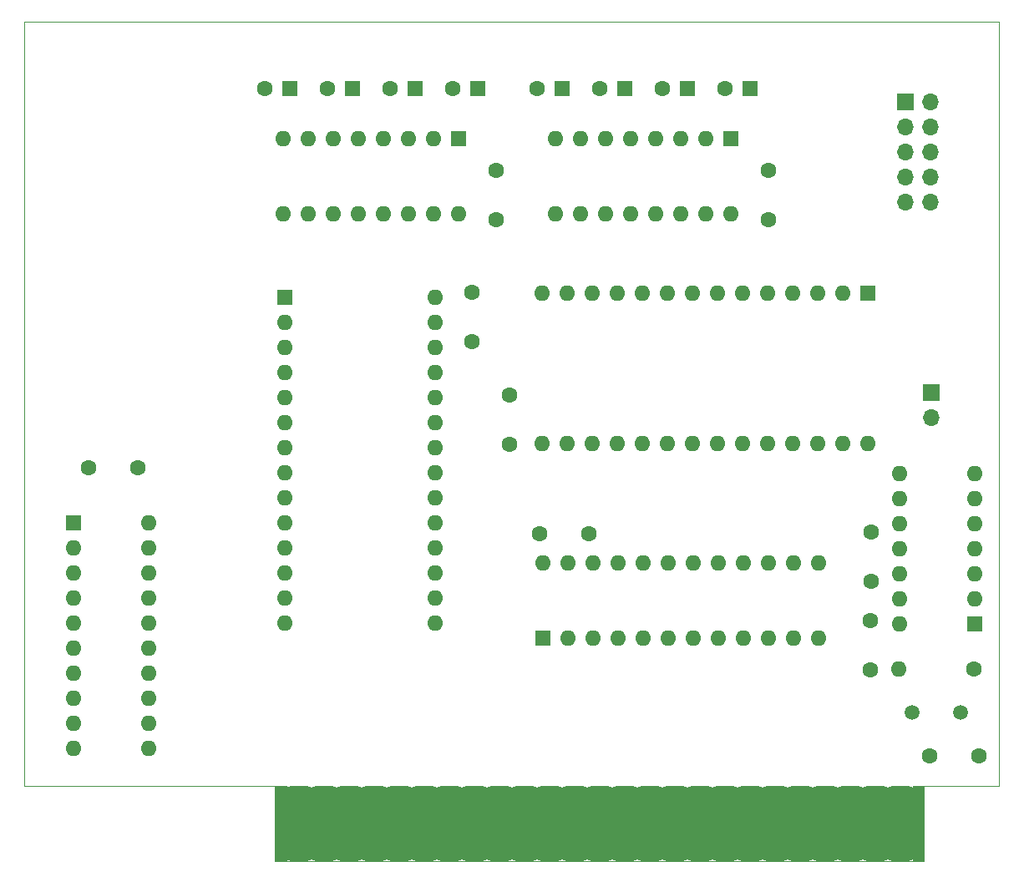
<source format=gbr>
%TF.GenerationSoftware,KiCad,Pcbnew,(6.0.2)*%
%TF.CreationDate,2022-07-06T23:05:57-05:00*%
%TF.ProjectId,ssc,7373632e-6b69-4636-9164-5f7063625858,rev?*%
%TF.SameCoordinates,Original*%
%TF.FileFunction,Soldermask,Top*%
%TF.FilePolarity,Negative*%
%FSLAX46Y46*%
G04 Gerber Fmt 4.6, Leading zero omitted, Abs format (unit mm)*
G04 Created by KiCad (PCBNEW (6.0.2)) date 2022-07-06 23:05:57*
%MOMM*%
%LPD*%
G01*
G04 APERTURE LIST*
G04 Aperture macros list*
%AMRoundRect*
0 Rectangle with rounded corners*
0 $1 Rounding radius*
0 $2 $3 $4 $5 $6 $7 $8 $9 X,Y pos of 4 corners*
0 Add a 4 corners polygon primitive as box body*
4,1,4,$2,$3,$4,$5,$6,$7,$8,$9,$2,$3,0*
0 Add four circle primitives for the rounded corners*
1,1,$1+$1,$2,$3*
1,1,$1+$1,$4,$5*
1,1,$1+$1,$6,$7*
1,1,$1+$1,$8,$9*
0 Add four rect primitives between the rounded corners*
20,1,$1+$1,$2,$3,$4,$5,0*
20,1,$1+$1,$4,$5,$6,$7,0*
20,1,$1+$1,$6,$7,$8,$9,0*
20,1,$1+$1,$8,$9,$2,$3,0*%
G04 Aperture macros list end*
%TA.AperFunction,Profile*%
%ADD10C,0.050000*%
%TD*%
%ADD11C,0.001000*%
%ADD12C,1.600000*%
%ADD13R,1.700000X1.700000*%
%ADD14O,1.700000X1.700000*%
%ADD15R,1.600000X1.600000*%
%ADD16O,1.600000X1.600000*%
%ADD17RoundRect,0.650000X-0.762000X3.175000X-0.762000X-3.175000X0.762000X-3.175000X0.762000X3.175000X0*%
%ADD18C,1.500000*%
G04 APERTURE END LIST*
D10*
X127000000Y-127000000D02*
X192786000Y-127000000D01*
X192786000Y-119380000D02*
X200406000Y-119380000D01*
X127000000Y-119380000D02*
X127000000Y-127000000D01*
X101600000Y-41910000D02*
X101600000Y-119380000D01*
X101600000Y-41910000D02*
X200406000Y-41910000D01*
X101600000Y-119380000D02*
X127000000Y-119380000D01*
X200406000Y-41910000D02*
X200406000Y-119380000D01*
X192786000Y-119380000D02*
X192786000Y-127000000D01*
D11*
%TO.C,P1*%
X127000000Y-119380000D02*
X128143000Y-119380000D01*
X128143000Y-119380000D02*
X128143000Y-127000000D01*
X128143000Y-127000000D02*
X127000000Y-127000000D01*
X127000000Y-127000000D02*
X127000000Y-119380000D01*
G36*
X128143000Y-127000000D02*
G01*
X127000000Y-127000000D01*
X127000000Y-119380000D01*
X128143000Y-119380000D01*
X128143000Y-127000000D01*
G37*
X128143000Y-127000000D02*
X127000000Y-127000000D01*
X127000000Y-119380000D01*
X128143000Y-119380000D01*
X128143000Y-127000000D01*
X192786000Y-119380000D02*
X191643000Y-119380000D01*
X191643000Y-119380000D02*
X191643000Y-127000000D01*
X191643000Y-127000000D02*
X192786000Y-127000000D01*
X192786000Y-127000000D02*
X192786000Y-119380000D01*
G36*
X192786000Y-127000000D02*
G01*
X191643000Y-127000000D01*
X191643000Y-119380000D01*
X192786000Y-119380000D01*
X192786000Y-127000000D01*
G37*
X192786000Y-127000000D02*
X191643000Y-127000000D01*
X191643000Y-119380000D01*
X192786000Y-119380000D01*
X192786000Y-127000000D01*
%TD*%
D12*
%TO.C,C17*%
X187300000Y-107660000D03*
X187300000Y-102660000D03*
%TD*%
%TO.C,C8*%
X198330000Y-116370000D03*
X193330000Y-116370000D03*
%TD*%
D13*
%TO.C,J2*%
X190881000Y-50038000D03*
D14*
X193421000Y-50038000D03*
X190881000Y-52578000D03*
X193421000Y-52578000D03*
X190881000Y-55118000D03*
X193421000Y-55118000D03*
X190881000Y-57658000D03*
X193421000Y-57658000D03*
X190881000Y-60198000D03*
X193421000Y-60198000D03*
%TD*%
D15*
%TO.C,U1*%
X106553000Y-92710000D03*
D16*
X106553000Y-95250000D03*
X106553000Y-97790000D03*
X106553000Y-100330000D03*
X106553000Y-102870000D03*
X106553000Y-105410000D03*
X106553000Y-107950000D03*
X106553000Y-110490000D03*
X106553000Y-113030000D03*
X106553000Y-115570000D03*
X114173000Y-115570000D03*
X114173000Y-113030000D03*
X114173000Y-110490000D03*
X114173000Y-107950000D03*
X114173000Y-105410000D03*
X114173000Y-102870000D03*
X114173000Y-100330000D03*
X114173000Y-97790000D03*
X114173000Y-95250000D03*
X114173000Y-92710000D03*
%TD*%
D15*
%TO.C,U2*%
X128016000Y-69850000D03*
D16*
X128016000Y-72390000D03*
X128016000Y-74930000D03*
X128016000Y-77470000D03*
X128016000Y-80010000D03*
X128016000Y-82550000D03*
X128016000Y-85090000D03*
X128016000Y-87630000D03*
X128016000Y-90170000D03*
X128016000Y-92710000D03*
X128016000Y-95250000D03*
X128016000Y-97790000D03*
X128016000Y-100330000D03*
X128016000Y-102870000D03*
X143256000Y-102870000D03*
X143256000Y-100330000D03*
X143256000Y-97790000D03*
X143256000Y-95250000D03*
X143256000Y-92710000D03*
X143256000Y-90170000D03*
X143256000Y-87630000D03*
X143256000Y-85090000D03*
X143256000Y-82550000D03*
X143256000Y-80010000D03*
X143256000Y-77470000D03*
X143256000Y-74930000D03*
X143256000Y-72390000D03*
X143256000Y-69850000D03*
%TD*%
D15*
%TO.C,U7*%
X173228000Y-53784500D03*
D16*
X170688000Y-53784500D03*
X168148000Y-53784500D03*
X165608000Y-53784500D03*
X163068000Y-53784500D03*
X160528000Y-53784500D03*
X157988000Y-53784500D03*
X155448000Y-53784500D03*
X155448000Y-61404500D03*
X157988000Y-61404500D03*
X160528000Y-61404500D03*
X163068000Y-61404500D03*
X165608000Y-61404500D03*
X168148000Y-61404500D03*
X170688000Y-61404500D03*
X173228000Y-61404500D03*
%TD*%
D12*
%TO.C,C2*%
X146940000Y-69380000D03*
X146940000Y-74380000D03*
%TD*%
%TO.C,C3*%
X150710000Y-84770000D03*
X150710000Y-79770000D03*
%TD*%
%TO.C,C4*%
X153800000Y-93810000D03*
X158800000Y-93810000D03*
%TD*%
%TO.C,C5*%
X187400000Y-98660000D03*
X187400000Y-93660000D03*
%TD*%
%TO.C,C7*%
X177038000Y-61976000D03*
X177038000Y-56976000D03*
%TD*%
D15*
%TO.C,C12*%
X162433000Y-48704500D03*
D12*
X159933000Y-48704500D03*
%TD*%
D15*
%TO.C,C13*%
X128460500Y-48704500D03*
D12*
X125960500Y-48704500D03*
%TD*%
D15*
%TO.C,C16*%
X175133000Y-48704500D03*
D12*
X172633000Y-48704500D03*
%TD*%
D15*
%TO.C,C14*%
X156083000Y-48704500D03*
D12*
X153583000Y-48704500D03*
%TD*%
D15*
%TO.C,U5*%
X187080000Y-69430000D03*
D16*
X184540000Y-69430000D03*
X182000000Y-69430000D03*
X179460000Y-69430000D03*
X176920000Y-69430000D03*
X174380000Y-69430000D03*
X171840000Y-69430000D03*
X169300000Y-69430000D03*
X166760000Y-69430000D03*
X164220000Y-69430000D03*
X161680000Y-69430000D03*
X159140000Y-69430000D03*
X156600000Y-69430000D03*
X154060000Y-69430000D03*
X154060000Y-84670000D03*
X156600000Y-84670000D03*
X159140000Y-84670000D03*
X161680000Y-84670000D03*
X164220000Y-84670000D03*
X166760000Y-84670000D03*
X169300000Y-84670000D03*
X171840000Y-84670000D03*
X174380000Y-84670000D03*
X176920000Y-84670000D03*
X179460000Y-84670000D03*
X182000000Y-84670000D03*
X184540000Y-84670000D03*
X187080000Y-84670000D03*
%TD*%
D12*
%TO.C,C1*%
X113100000Y-87170000D03*
X108100000Y-87170000D03*
%TD*%
D15*
%TO.C,C9*%
X141160500Y-48704500D03*
D12*
X138660500Y-48704500D03*
%TD*%
D15*
%TO.C,U6*%
X145605500Y-53784500D03*
D16*
X143065500Y-53784500D03*
X140525500Y-53784500D03*
X137985500Y-53784500D03*
X135445500Y-53784500D03*
X132905500Y-53784500D03*
X130365500Y-53784500D03*
X127825500Y-53784500D03*
X127825500Y-61404500D03*
X130365500Y-61404500D03*
X132905500Y-61404500D03*
X135445500Y-61404500D03*
X137985500Y-61404500D03*
X140525500Y-61404500D03*
X143065500Y-61404500D03*
X145605500Y-61404500D03*
%TD*%
D12*
%TO.C,C6*%
X149415500Y-61976000D03*
X149415500Y-56976000D03*
%TD*%
D15*
%TO.C,C15*%
X147510500Y-48704500D03*
D12*
X145010500Y-48704500D03*
%TD*%
D15*
%TO.C,C11*%
X134810500Y-48704500D03*
D12*
X132310500Y-48704500D03*
%TD*%
D15*
%TO.C,C10*%
X168783000Y-48704500D03*
D12*
X166283000Y-48704500D03*
%TD*%
D17*
%TO.C,P1*%
X129413000Y-123190000D03*
X131953000Y-123190000D03*
X134493000Y-123190000D03*
X137033000Y-123190000D03*
X139573000Y-123190000D03*
X142113000Y-123190000D03*
X144653000Y-123190000D03*
X147193000Y-123190000D03*
X149733000Y-123190000D03*
X152273000Y-123190000D03*
X154813000Y-123190000D03*
X157353000Y-123190000D03*
X159893000Y-123190000D03*
X162433000Y-123190000D03*
X164973000Y-123190000D03*
X167513000Y-123190000D03*
X170053000Y-123190000D03*
X172593000Y-123190000D03*
X175133000Y-123190000D03*
X177673000Y-123190000D03*
X180213000Y-123190000D03*
X182753000Y-123190000D03*
X185293000Y-123190000D03*
X187833000Y-123190000D03*
X190373000Y-123190000D03*
%TD*%
D15*
%TO.C,U4*%
X154165000Y-104440000D03*
D16*
X156705000Y-104440000D03*
X159245000Y-104440000D03*
X161785000Y-104440000D03*
X164325000Y-104440000D03*
X166865000Y-104440000D03*
X169405000Y-104440000D03*
X171945000Y-104440000D03*
X174485000Y-104440000D03*
X177025000Y-104440000D03*
X179565000Y-104440000D03*
X182105000Y-104440000D03*
X182105000Y-96820000D03*
X179565000Y-96820000D03*
X177025000Y-96820000D03*
X174485000Y-96820000D03*
X171945000Y-96820000D03*
X169405000Y-96820000D03*
X166865000Y-96820000D03*
X164325000Y-96820000D03*
X161785000Y-96820000D03*
X159245000Y-96820000D03*
X156705000Y-96820000D03*
X154165000Y-96820000D03*
%TD*%
D13*
%TO.C,J1*%
X193548000Y-79502000D03*
D14*
X193548000Y-82042000D03*
%TD*%
D15*
%TO.C,U3*%
X197900000Y-103000000D03*
D16*
X197900000Y-100460000D03*
X197900000Y-97920000D03*
X197900000Y-95380000D03*
X197900000Y-92840000D03*
X197900000Y-90300000D03*
X197900000Y-87760000D03*
X190280000Y-87760000D03*
X190280000Y-90300000D03*
X190280000Y-92840000D03*
X190280000Y-95380000D03*
X190280000Y-97920000D03*
X190280000Y-100460000D03*
X190280000Y-103000000D03*
%TD*%
D18*
%TO.C,Y1*%
X196440000Y-111940000D03*
X191560000Y-111940000D03*
%TD*%
D12*
%TO.C,R1*%
X197800000Y-107530000D03*
D16*
X190180000Y-107530000D03*
%TD*%
M02*

</source>
